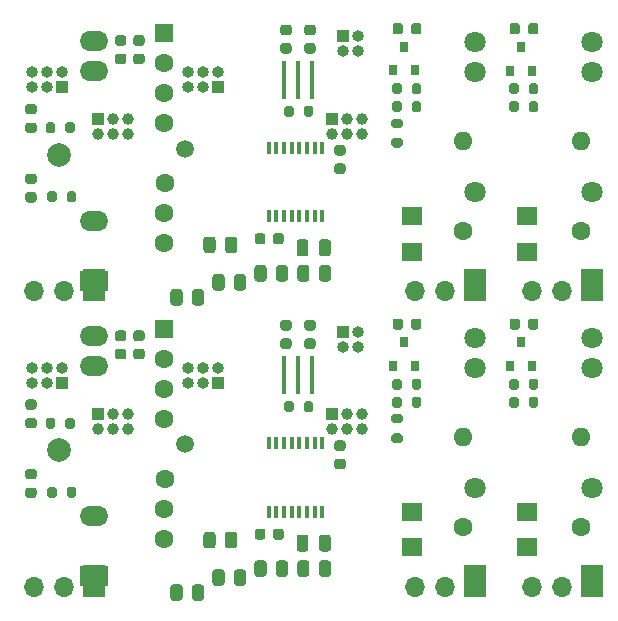
<source format=gbr>
%TF.GenerationSoftware,KiCad,Pcbnew,(5.1.10)-1*%
%TF.CreationDate,2022-01-18T18:17:05+07:00*%
%TF.ProjectId,Power_manager_v3_pnlz1x2,506f7765-725f-46d6-916e-616765725f76,rev?*%
%TF.SameCoordinates,Original*%
%TF.FileFunction,Soldermask,Bot*%
%TF.FilePolarity,Negative*%
%FSLAX46Y46*%
G04 Gerber Fmt 4.6, Leading zero omitted, Abs format (unit mm)*
G04 Created by KiCad (PCBNEW (5.1.10)-1) date 2022-01-18 18:17:05*
%MOMM*%
%LPD*%
G01*
G04 APERTURE LIST*
%ADD10R,1.000000X1.000000*%
%ADD11O,1.000000X1.000000*%
%ADD12R,1.900000X2.700000*%
%ADD13O,1.700000X1.700000*%
%ADD14O,2.400000X1.700000*%
%ADD15R,2.400000X1.700000*%
%ADD16R,1.600000X1.600000*%
%ADD17C,1.600000*%
%ADD18C,1.000000*%
%ADD19R,0.800000X0.900000*%
%ADD20R,0.400000X1.000000*%
%ADD21R,0.400000X3.200000*%
%ADD22C,2.000000*%
%ADD23R,1.800000X1.500000*%
%ADD24R,1.800000X1.800000*%
%ADD25C,1.800000*%
%ADD26O,1.600000X1.600000*%
%ADD27C,1.500000*%
G04 APERTURE END LIST*
D10*
%TO.C,JP4*%
X87540000Y-77632000D03*
D11*
X87540000Y-78902000D03*
X88810000Y-77632000D03*
X88810000Y-78902000D03*
%TD*%
D12*
%TO.C,J1*%
X66458000Y-98714000D03*
D13*
X63918000Y-99222000D03*
X61378000Y-99222000D03*
%TD*%
D12*
%TO.C,J3*%
X98716000Y-98714000D03*
D13*
X96176000Y-99222000D03*
X93636000Y-99222000D03*
%TD*%
D12*
%TO.C,J4*%
X108622000Y-98714000D03*
D13*
X106082000Y-99222000D03*
X103542000Y-99222000D03*
%TD*%
D14*
%TO.C,U1*%
X66458000Y-78013000D03*
X66458000Y-80553000D03*
X66458000Y-93253000D03*
D15*
X66458000Y-98333000D03*
%TD*%
D16*
%TO.C,U4*%
X72427000Y-77378000D03*
D17*
X72427000Y-79918000D03*
X72427000Y-82458000D03*
X72427000Y-84998000D03*
X72436500Y-90078000D03*
X72427000Y-92618000D03*
X72427000Y-95158000D03*
%TD*%
D10*
%TO.C,U7*%
X66839000Y-84617000D03*
D18*
X66839000Y-85887000D03*
X68109000Y-84617000D03*
X68109000Y-85887000D03*
X69379000Y-84617000D03*
X69379000Y-85887000D03*
D10*
X86651000Y-84617000D03*
D18*
X86651000Y-85887000D03*
X87921000Y-84617000D03*
X87921000Y-85887000D03*
X89191000Y-84617000D03*
X89191000Y-85887000D03*
%TD*%
%TO.C,C14*%
G36*
G01*
X82529000Y-94527000D02*
X82529000Y-95027000D01*
G75*
G02*
X82304000Y-95252000I-225000J0D01*
G01*
X81854000Y-95252000D01*
G75*
G02*
X81629000Y-95027000I0J225000D01*
G01*
X81629000Y-94527000D01*
G75*
G02*
X81854000Y-94302000I225000J0D01*
G01*
X82304000Y-94302000D01*
G75*
G02*
X82529000Y-94527000I0J-225000D01*
G01*
G37*
G36*
G01*
X80979000Y-94527000D02*
X80979000Y-95027000D01*
G75*
G02*
X80754000Y-95252000I-225000J0D01*
G01*
X80304000Y-95252000D01*
G75*
G02*
X80079000Y-95027000I0J225000D01*
G01*
X80079000Y-94527000D01*
G75*
G02*
X80304000Y-94302000I225000J0D01*
G01*
X80754000Y-94302000D01*
G75*
G02*
X80979000Y-94527000I0J-225000D01*
G01*
G37*
%TD*%
%TO.C,C16*%
G36*
G01*
X87036000Y-86834000D02*
X87536000Y-86834000D01*
G75*
G02*
X87761000Y-87059000I0J-225000D01*
G01*
X87761000Y-87509000D01*
G75*
G02*
X87536000Y-87734000I-225000J0D01*
G01*
X87036000Y-87734000D01*
G75*
G02*
X86811000Y-87509000I0J225000D01*
G01*
X86811000Y-87059000D01*
G75*
G02*
X87036000Y-86834000I225000J0D01*
G01*
G37*
G36*
G01*
X87036000Y-88384000D02*
X87536000Y-88384000D01*
G75*
G02*
X87761000Y-88609000I0J-225000D01*
G01*
X87761000Y-89059000D01*
G75*
G02*
X87536000Y-89284000I-225000J0D01*
G01*
X87036000Y-89284000D01*
G75*
G02*
X86811000Y-89059000I0J225000D01*
G01*
X86811000Y-88609000D01*
G75*
G02*
X87036000Y-88384000I225000J0D01*
G01*
G37*
%TD*%
%TO.C,C19*%
G36*
G01*
X82464000Y-76648000D02*
X82964000Y-76648000D01*
G75*
G02*
X83189000Y-76873000I0J-225000D01*
G01*
X83189000Y-77323000D01*
G75*
G02*
X82964000Y-77548000I-225000J0D01*
G01*
X82464000Y-77548000D01*
G75*
G02*
X82239000Y-77323000I0J225000D01*
G01*
X82239000Y-76873000D01*
G75*
G02*
X82464000Y-76648000I225000J0D01*
G01*
G37*
G36*
G01*
X82464000Y-78198000D02*
X82964000Y-78198000D01*
G75*
G02*
X83189000Y-78423000I0J-225000D01*
G01*
X83189000Y-78873000D01*
G75*
G02*
X82964000Y-79098000I-225000J0D01*
G01*
X82464000Y-79098000D01*
G75*
G02*
X82239000Y-78873000I0J225000D01*
G01*
X82239000Y-78423000D01*
G75*
G02*
X82464000Y-78198000I225000J0D01*
G01*
G37*
%TD*%
D19*
%TO.C,Q1*%
X93636000Y-80521000D03*
X91736000Y-80521000D03*
X92686000Y-78521000D03*
%TD*%
%TO.C,R3*%
G36*
G01*
X94163000Y-83326000D02*
X94163000Y-83876000D01*
G75*
G02*
X93963000Y-84076000I-200000J0D01*
G01*
X93563000Y-84076000D01*
G75*
G02*
X93363000Y-83876000I0J200000D01*
G01*
X93363000Y-83326000D01*
G75*
G02*
X93563000Y-83126000I200000J0D01*
G01*
X93963000Y-83126000D01*
G75*
G02*
X94163000Y-83326000I0J-200000D01*
G01*
G37*
G36*
G01*
X92513000Y-83326000D02*
X92513000Y-83876000D01*
G75*
G02*
X92313000Y-84076000I-200000J0D01*
G01*
X91913000Y-84076000D01*
G75*
G02*
X91713000Y-83876000I0J200000D01*
G01*
X91713000Y-83326000D01*
G75*
G02*
X91913000Y-83126000I200000J0D01*
G01*
X92313000Y-83126000D01*
G75*
G02*
X92513000Y-83326000I0J-200000D01*
G01*
G37*
%TD*%
%TO.C,R7*%
G36*
G01*
X94163000Y-81802000D02*
X94163000Y-82352000D01*
G75*
G02*
X93963000Y-82552000I-200000J0D01*
G01*
X93563000Y-82552000D01*
G75*
G02*
X93363000Y-82352000I0J200000D01*
G01*
X93363000Y-81802000D01*
G75*
G02*
X93563000Y-81602000I200000J0D01*
G01*
X93963000Y-81602000D01*
G75*
G02*
X94163000Y-81802000I0J-200000D01*
G01*
G37*
G36*
G01*
X92513000Y-81802000D02*
X92513000Y-82352000D01*
G75*
G02*
X92313000Y-82552000I-200000J0D01*
G01*
X91913000Y-82552000D01*
G75*
G02*
X91713000Y-82352000I0J200000D01*
G01*
X91713000Y-81802000D01*
G75*
G02*
X91913000Y-81602000I200000J0D01*
G01*
X92313000Y-81602000D01*
G75*
G02*
X92513000Y-81802000I0J-200000D01*
G01*
G37*
%TD*%
%TO.C,R11*%
G36*
G01*
X79336500Y-98009999D02*
X79336500Y-98910001D01*
G75*
G02*
X79086501Y-99160000I-249999J0D01*
G01*
X78561499Y-99160000D01*
G75*
G02*
X78311500Y-98910001I0J249999D01*
G01*
X78311500Y-98009999D01*
G75*
G02*
X78561499Y-97760000I249999J0D01*
G01*
X79086501Y-97760000D01*
G75*
G02*
X79336500Y-98009999I0J-249999D01*
G01*
G37*
G36*
G01*
X77511500Y-98009999D02*
X77511500Y-98910001D01*
G75*
G02*
X77261501Y-99160000I-249999J0D01*
G01*
X76736499Y-99160000D01*
G75*
G02*
X76486500Y-98910001I0J249999D01*
G01*
X76486500Y-98009999D01*
G75*
G02*
X76736499Y-97760000I249999J0D01*
G01*
X77261501Y-97760000D01*
G75*
G02*
X77511500Y-98009999I0J-249999D01*
G01*
G37*
%TD*%
%TO.C,R14*%
G36*
G01*
X62503000Y-91496000D02*
X62503000Y-90946000D01*
G75*
G02*
X62703000Y-90746000I200000J0D01*
G01*
X63103000Y-90746000D01*
G75*
G02*
X63303000Y-90946000I0J-200000D01*
G01*
X63303000Y-91496000D01*
G75*
G02*
X63103000Y-91696000I-200000J0D01*
G01*
X62703000Y-91696000D01*
G75*
G02*
X62503000Y-91496000I0J200000D01*
G01*
G37*
G36*
G01*
X64153000Y-91496000D02*
X64153000Y-90946000D01*
G75*
G02*
X64353000Y-90746000I200000J0D01*
G01*
X64753000Y-90746000D01*
G75*
G02*
X64953000Y-90946000I0J-200000D01*
G01*
X64953000Y-91496000D01*
G75*
G02*
X64753000Y-91696000I-200000J0D01*
G01*
X64353000Y-91696000D01*
G75*
G02*
X64153000Y-91496000I0J200000D01*
G01*
G37*
%TD*%
%TO.C,Q2*%
X103542000Y-80553000D03*
X101642000Y-80553000D03*
X102592000Y-78553000D03*
%TD*%
%TO.C,R10*%
G36*
G01*
X104069000Y-81802000D02*
X104069000Y-82352000D01*
G75*
G02*
X103869000Y-82552000I-200000J0D01*
G01*
X103469000Y-82552000D01*
G75*
G02*
X103269000Y-82352000I0J200000D01*
G01*
X103269000Y-81802000D01*
G75*
G02*
X103469000Y-81602000I200000J0D01*
G01*
X103869000Y-81602000D01*
G75*
G02*
X104069000Y-81802000I0J-200000D01*
G01*
G37*
G36*
G01*
X102419000Y-81802000D02*
X102419000Y-82352000D01*
G75*
G02*
X102219000Y-82552000I-200000J0D01*
G01*
X101819000Y-82552000D01*
G75*
G02*
X101619000Y-82352000I0J200000D01*
G01*
X101619000Y-81802000D01*
G75*
G02*
X101819000Y-81602000I200000J0D01*
G01*
X102219000Y-81602000D01*
G75*
G02*
X102419000Y-81802000I0J-200000D01*
G01*
G37*
%TD*%
%TO.C,R4*%
G36*
G01*
X104069000Y-83326000D02*
X104069000Y-83876000D01*
G75*
G02*
X103869000Y-84076000I-200000J0D01*
G01*
X103469000Y-84076000D01*
G75*
G02*
X103269000Y-83876000I0J200000D01*
G01*
X103269000Y-83326000D01*
G75*
G02*
X103469000Y-83126000I200000J0D01*
G01*
X103869000Y-83126000D01*
G75*
G02*
X104069000Y-83326000I0J-200000D01*
G01*
G37*
G36*
G01*
X102419000Y-83326000D02*
X102419000Y-83876000D01*
G75*
G02*
X102219000Y-84076000I-200000J0D01*
G01*
X101819000Y-84076000D01*
G75*
G02*
X101619000Y-83876000I0J200000D01*
G01*
X101619000Y-83326000D01*
G75*
G02*
X101819000Y-83126000I200000J0D01*
G01*
X102219000Y-83126000D01*
G75*
G02*
X102419000Y-83326000I0J-200000D01*
G01*
G37*
%TD*%
%TO.C,C6*%
G36*
G01*
X70518000Y-79987000D02*
X70018000Y-79987000D01*
G75*
G02*
X69793000Y-79762000I0J225000D01*
G01*
X69793000Y-79312000D01*
G75*
G02*
X70018000Y-79087000I225000J0D01*
G01*
X70518000Y-79087000D01*
G75*
G02*
X70743000Y-79312000I0J-225000D01*
G01*
X70743000Y-79762000D01*
G75*
G02*
X70518000Y-79987000I-225000J0D01*
G01*
G37*
G36*
G01*
X70518000Y-78437000D02*
X70018000Y-78437000D01*
G75*
G02*
X69793000Y-78212000I0J225000D01*
G01*
X69793000Y-77762000D01*
G75*
G02*
X70018000Y-77537000I225000J0D01*
G01*
X70518000Y-77537000D01*
G75*
G02*
X70743000Y-77762000I0J-225000D01*
G01*
X70743000Y-78212000D01*
G75*
G02*
X70518000Y-78437000I-225000J0D01*
G01*
G37*
%TD*%
%TO.C,C8*%
G36*
G01*
X68968000Y-79987000D02*
X68468000Y-79987000D01*
G75*
G02*
X68243000Y-79762000I0J225000D01*
G01*
X68243000Y-79312000D01*
G75*
G02*
X68468000Y-79087000I225000J0D01*
G01*
X68968000Y-79087000D01*
G75*
G02*
X69193000Y-79312000I0J-225000D01*
G01*
X69193000Y-79762000D01*
G75*
G02*
X68968000Y-79987000I-225000J0D01*
G01*
G37*
G36*
G01*
X68968000Y-78437000D02*
X68468000Y-78437000D01*
G75*
G02*
X68243000Y-78212000I0J225000D01*
G01*
X68243000Y-77762000D01*
G75*
G02*
X68468000Y-77537000I225000J0D01*
G01*
X68968000Y-77537000D01*
G75*
G02*
X69193000Y-77762000I0J-225000D01*
G01*
X69193000Y-78212000D01*
G75*
G02*
X68968000Y-78437000I-225000J0D01*
G01*
G37*
%TD*%
%TO.C,C13*%
G36*
G01*
X86516000Y-95064000D02*
X86516000Y-96014000D01*
G75*
G02*
X86266000Y-96264000I-250000J0D01*
G01*
X85766000Y-96264000D01*
G75*
G02*
X85516000Y-96014000I0J250000D01*
G01*
X85516000Y-95064000D01*
G75*
G02*
X85766000Y-94814000I250000J0D01*
G01*
X86266000Y-94814000D01*
G75*
G02*
X86516000Y-95064000I0J-250000D01*
G01*
G37*
G36*
G01*
X84616000Y-95064000D02*
X84616000Y-96014000D01*
G75*
G02*
X84366000Y-96264000I-250000J0D01*
G01*
X83866000Y-96264000D01*
G75*
G02*
X83616000Y-96014000I0J250000D01*
G01*
X83616000Y-95064000D01*
G75*
G02*
X83866000Y-94814000I250000J0D01*
G01*
X84366000Y-94814000D01*
G75*
G02*
X84616000Y-95064000I0J-250000D01*
G01*
G37*
%TD*%
%TO.C,C18*%
G36*
G01*
X84496000Y-76648000D02*
X84996000Y-76648000D01*
G75*
G02*
X85221000Y-76873000I0J-225000D01*
G01*
X85221000Y-77323000D01*
G75*
G02*
X84996000Y-77548000I-225000J0D01*
G01*
X84496000Y-77548000D01*
G75*
G02*
X84271000Y-77323000I0J225000D01*
G01*
X84271000Y-76873000D01*
G75*
G02*
X84496000Y-76648000I225000J0D01*
G01*
G37*
G36*
G01*
X84496000Y-78198000D02*
X84996000Y-78198000D01*
G75*
G02*
X85221000Y-78423000I0J-225000D01*
G01*
X85221000Y-78873000D01*
G75*
G02*
X84996000Y-79098000I-225000J0D01*
G01*
X84496000Y-79098000D01*
G75*
G02*
X84271000Y-78873000I0J225000D01*
G01*
X84271000Y-78423000D01*
G75*
G02*
X84496000Y-78198000I225000J0D01*
G01*
G37*
%TD*%
%TO.C,R12*%
G36*
G01*
X75780500Y-99279999D02*
X75780500Y-100180001D01*
G75*
G02*
X75530501Y-100430000I-249999J0D01*
G01*
X75005499Y-100430000D01*
G75*
G02*
X74755500Y-100180001I0J249999D01*
G01*
X74755500Y-99279999D01*
G75*
G02*
X75005499Y-99030000I249999J0D01*
G01*
X75530501Y-99030000D01*
G75*
G02*
X75780500Y-99279999I0J-249999D01*
G01*
G37*
G36*
G01*
X73955500Y-99279999D02*
X73955500Y-100180001D01*
G75*
G02*
X73705501Y-100430000I-249999J0D01*
G01*
X73180499Y-100430000D01*
G75*
G02*
X72930500Y-100180001I0J249999D01*
G01*
X72930500Y-99279999D01*
G75*
G02*
X73180499Y-99030000I249999J0D01*
G01*
X73705501Y-99030000D01*
G75*
G02*
X73955500Y-99279999I0J-249999D01*
G01*
G37*
%TD*%
%TO.C,R17*%
G36*
G01*
X82892500Y-97247999D02*
X82892500Y-98148001D01*
G75*
G02*
X82642501Y-98398000I-249999J0D01*
G01*
X82117499Y-98398000D01*
G75*
G02*
X81867500Y-98148001I0J249999D01*
G01*
X81867500Y-97247999D01*
G75*
G02*
X82117499Y-96998000I249999J0D01*
G01*
X82642501Y-96998000D01*
G75*
G02*
X82892500Y-97247999I0J-249999D01*
G01*
G37*
G36*
G01*
X81067500Y-97247999D02*
X81067500Y-98148001D01*
G75*
G02*
X80817501Y-98398000I-249999J0D01*
G01*
X80292499Y-98398000D01*
G75*
G02*
X80042500Y-98148001I0J249999D01*
G01*
X80042500Y-97247999D01*
G75*
G02*
X80292499Y-96998000I249999J0D01*
G01*
X80817501Y-96998000D01*
G75*
G02*
X81067500Y-97247999I0J-249999D01*
G01*
G37*
%TD*%
%TO.C,R22*%
G36*
G01*
X83678500Y-98148001D02*
X83678500Y-97247999D01*
G75*
G02*
X83928499Y-96998000I249999J0D01*
G01*
X84453501Y-96998000D01*
G75*
G02*
X84703500Y-97247999I0J-249999D01*
G01*
X84703500Y-98148001D01*
G75*
G02*
X84453501Y-98398000I-249999J0D01*
G01*
X83928499Y-98398000D01*
G75*
G02*
X83678500Y-98148001I0J249999D01*
G01*
G37*
G36*
G01*
X85503500Y-98148001D02*
X85503500Y-97247999D01*
G75*
G02*
X85753499Y-96998000I249999J0D01*
G01*
X86278501Y-96998000D01*
G75*
G02*
X86528500Y-97247999I0J-249999D01*
G01*
X86528500Y-98148001D01*
G75*
G02*
X86278501Y-98398000I-249999J0D01*
G01*
X85753499Y-98398000D01*
G75*
G02*
X85503500Y-98148001I0J249999D01*
G01*
G37*
%TD*%
%TO.C,R26*%
G36*
G01*
X85018000Y-83707000D02*
X85018000Y-84257000D01*
G75*
G02*
X84818000Y-84457000I-200000J0D01*
G01*
X84418000Y-84457000D01*
G75*
G02*
X84218000Y-84257000I0J200000D01*
G01*
X84218000Y-83707000D01*
G75*
G02*
X84418000Y-83507000I200000J0D01*
G01*
X84818000Y-83507000D01*
G75*
G02*
X85018000Y-83707000I0J-200000D01*
G01*
G37*
G36*
G01*
X83368000Y-83707000D02*
X83368000Y-84257000D01*
G75*
G02*
X83168000Y-84457000I-200000J0D01*
G01*
X82768000Y-84457000D01*
G75*
G02*
X82568000Y-84257000I0J200000D01*
G01*
X82568000Y-83707000D01*
G75*
G02*
X82768000Y-83507000I200000J0D01*
G01*
X83168000Y-83507000D01*
G75*
G02*
X83368000Y-83707000I0J-200000D01*
G01*
G37*
%TD*%
D20*
%TO.C,U6*%
X85807000Y-92872000D03*
X85157000Y-92872000D03*
X84507000Y-92872000D03*
X83857000Y-92872000D03*
X83207000Y-92872000D03*
X82557000Y-92872000D03*
X81907000Y-92872000D03*
X81257000Y-92872000D03*
X81257000Y-87072000D03*
X81907000Y-87072000D03*
X82557000Y-87072000D03*
X83207000Y-87072000D03*
X83857000Y-87072000D03*
X84507000Y-87072000D03*
X85157000Y-87072000D03*
X85807000Y-87072000D03*
%TD*%
D21*
%TO.C,Y2*%
X82530000Y-81315000D03*
X83730000Y-81315000D03*
X84930000Y-81315000D03*
%TD*%
D22*
%TO.C,GND1*%
X63537000Y-87665000D03*
%TD*%
D23*
%TO.C,R16*%
X103161000Y-95872000D03*
X103161000Y-92872000D03*
%TD*%
D24*
%TO.C,U2*%
X98716000Y-98460000D03*
D25*
X98716000Y-90840000D03*
X98716000Y-80680000D03*
X98716000Y-78140000D03*
%TD*%
%TO.C,D6*%
G36*
G01*
X60867750Y-89259500D02*
X61380250Y-89259500D01*
G75*
G02*
X61599000Y-89478250I0J-218750D01*
G01*
X61599000Y-89915750D01*
G75*
G02*
X61380250Y-90134500I-218750J0D01*
G01*
X60867750Y-90134500D01*
G75*
G02*
X60649000Y-89915750I0J218750D01*
G01*
X60649000Y-89478250D01*
G75*
G02*
X60867750Y-89259500I218750J0D01*
G01*
G37*
G36*
G01*
X60867750Y-90834500D02*
X61380250Y-90834500D01*
G75*
G02*
X61599000Y-91053250I0J-218750D01*
G01*
X61599000Y-91490750D01*
G75*
G02*
X61380250Y-91709500I-218750J0D01*
G01*
X60867750Y-91709500D01*
G75*
G02*
X60649000Y-91490750I0J218750D01*
G01*
X60649000Y-91053250D01*
G75*
G02*
X60867750Y-90834500I218750J0D01*
G01*
G37*
%TD*%
%TO.C,L1*%
G36*
G01*
X75724500Y-95735001D02*
X75724500Y-94834999D01*
G75*
G02*
X75974499Y-94585000I249999J0D01*
G01*
X76499501Y-94585000D01*
G75*
G02*
X76749500Y-94834999I0J-249999D01*
G01*
X76749500Y-95735001D01*
G75*
G02*
X76499501Y-95985000I-249999J0D01*
G01*
X75974499Y-95985000D01*
G75*
G02*
X75724500Y-95735001I0J249999D01*
G01*
G37*
G36*
G01*
X77549500Y-95735001D02*
X77549500Y-94834999D01*
G75*
G02*
X77799499Y-94585000I249999J0D01*
G01*
X78324501Y-94585000D01*
G75*
G02*
X78574500Y-94834999I0J-249999D01*
G01*
X78574500Y-95735001D01*
G75*
G02*
X78324501Y-95985000I-249999J0D01*
G01*
X77799499Y-95985000D01*
G75*
G02*
X77549500Y-95735001I0J249999D01*
G01*
G37*
%TD*%
%TO.C,R27*%
G36*
G01*
X91837000Y-84598000D02*
X92387000Y-84598000D01*
G75*
G02*
X92587000Y-84798000I0J-200000D01*
G01*
X92587000Y-85198000D01*
G75*
G02*
X92387000Y-85398000I-200000J0D01*
G01*
X91837000Y-85398000D01*
G75*
G02*
X91637000Y-85198000I0J200000D01*
G01*
X91637000Y-84798000D01*
G75*
G02*
X91837000Y-84598000I200000J0D01*
G01*
G37*
G36*
G01*
X91837000Y-86248000D02*
X92387000Y-86248000D01*
G75*
G02*
X92587000Y-86448000I0J-200000D01*
G01*
X92587000Y-86848000D01*
G75*
G02*
X92387000Y-87048000I-200000J0D01*
G01*
X91837000Y-87048000D01*
G75*
G02*
X91637000Y-86848000I0J200000D01*
G01*
X91637000Y-86448000D01*
G75*
G02*
X91837000Y-86248000I200000J0D01*
G01*
G37*
%TD*%
D17*
%TO.C,F1*%
X97700000Y-94142000D03*
D26*
X97700000Y-86522000D03*
%TD*%
D27*
%TO.C,KP1*%
X74205000Y-87157000D03*
%TD*%
D10*
%TO.C,J6*%
X76999000Y-81950000D03*
D11*
X76999000Y-80680000D03*
X75729000Y-81950000D03*
X75729000Y-80680000D03*
X74459000Y-81950000D03*
X74459000Y-80680000D03*
%TD*%
D23*
%TO.C,R15*%
X93382000Y-95872000D03*
X93382000Y-92872000D03*
%TD*%
D17*
%TO.C,F2*%
X107733000Y-94142000D03*
D26*
X107733000Y-86522000D03*
%TD*%
D10*
%TO.C,J2*%
X63791000Y-81950000D03*
D11*
X63791000Y-80680000D03*
X62521000Y-81950000D03*
X62521000Y-80680000D03*
X61251000Y-81950000D03*
X61251000Y-80680000D03*
%TD*%
D24*
%TO.C,U3*%
X108622000Y-98460000D03*
D25*
X108622000Y-90840000D03*
X108622000Y-80680000D03*
X108622000Y-78140000D03*
%TD*%
%TO.C,D5*%
G36*
G01*
X60867750Y-83366500D02*
X61380250Y-83366500D01*
G75*
G02*
X61599000Y-83585250I0J-218750D01*
G01*
X61599000Y-84022750D01*
G75*
G02*
X61380250Y-84241500I-218750J0D01*
G01*
X60867750Y-84241500D01*
G75*
G02*
X60649000Y-84022750I0J218750D01*
G01*
X60649000Y-83585250D01*
G75*
G02*
X60867750Y-83366500I218750J0D01*
G01*
G37*
G36*
G01*
X60867750Y-84941500D02*
X61380250Y-84941500D01*
G75*
G02*
X61599000Y-85160250I0J-218750D01*
G01*
X61599000Y-85597750D01*
G75*
G02*
X61380250Y-85816500I-218750J0D01*
G01*
X60867750Y-85816500D01*
G75*
G02*
X60649000Y-85597750I0J218750D01*
G01*
X60649000Y-85160250D01*
G75*
G02*
X60867750Y-84941500I218750J0D01*
G01*
G37*
%TD*%
%TO.C,R13*%
G36*
G01*
X62375000Y-85654000D02*
X62375000Y-85104000D01*
G75*
G02*
X62575000Y-84904000I200000J0D01*
G01*
X62975000Y-84904000D01*
G75*
G02*
X63175000Y-85104000I0J-200000D01*
G01*
X63175000Y-85654000D01*
G75*
G02*
X62975000Y-85854000I-200000J0D01*
G01*
X62575000Y-85854000D01*
G75*
G02*
X62375000Y-85654000I0J200000D01*
G01*
G37*
G36*
G01*
X64025000Y-85654000D02*
X64025000Y-85104000D01*
G75*
G02*
X64225000Y-84904000I200000J0D01*
G01*
X64625000Y-84904000D01*
G75*
G02*
X64825000Y-85104000I0J-200000D01*
G01*
X64825000Y-85654000D01*
G75*
G02*
X64625000Y-85854000I-200000J0D01*
G01*
X64225000Y-85854000D01*
G75*
G02*
X64025000Y-85654000I0J200000D01*
G01*
G37*
%TD*%
%TO.C,D1*%
G36*
G01*
X91738000Y-77253250D02*
X91738000Y-76740750D01*
G75*
G02*
X91956750Y-76522000I218750J0D01*
G01*
X92394250Y-76522000D01*
G75*
G02*
X92613000Y-76740750I0J-218750D01*
G01*
X92613000Y-77253250D01*
G75*
G02*
X92394250Y-77472000I-218750J0D01*
G01*
X91956750Y-77472000D01*
G75*
G02*
X91738000Y-77253250I0J218750D01*
G01*
G37*
G36*
G01*
X93313000Y-77253250D02*
X93313000Y-76740750D01*
G75*
G02*
X93531750Y-76522000I218750J0D01*
G01*
X93969250Y-76522000D01*
G75*
G02*
X94188000Y-76740750I0J-218750D01*
G01*
X94188000Y-77253250D01*
G75*
G02*
X93969250Y-77472000I-218750J0D01*
G01*
X93531750Y-77472000D01*
G75*
G02*
X93313000Y-77253250I0J218750D01*
G01*
G37*
%TD*%
%TO.C,D2*%
G36*
G01*
X101644000Y-77253250D02*
X101644000Y-76740750D01*
G75*
G02*
X101862750Y-76522000I218750J0D01*
G01*
X102300250Y-76522000D01*
G75*
G02*
X102519000Y-76740750I0J-218750D01*
G01*
X102519000Y-77253250D01*
G75*
G02*
X102300250Y-77472000I-218750J0D01*
G01*
X101862750Y-77472000D01*
G75*
G02*
X101644000Y-77253250I0J218750D01*
G01*
G37*
G36*
G01*
X103219000Y-77253250D02*
X103219000Y-76740750D01*
G75*
G02*
X103437750Y-76522000I218750J0D01*
G01*
X103875250Y-76522000D01*
G75*
G02*
X104094000Y-76740750I0J-218750D01*
G01*
X104094000Y-77253250D01*
G75*
G02*
X103875250Y-77472000I-218750J0D01*
G01*
X103437750Y-77472000D01*
G75*
G02*
X103219000Y-77253250I0J218750D01*
G01*
G37*
%TD*%
D18*
%TO.C,U7*%
X89191000Y-60887000D03*
X89191000Y-59617000D03*
X87921000Y-60887000D03*
X87921000Y-59617000D03*
X86651000Y-60887000D03*
D10*
X86651000Y-59617000D03*
D18*
X69379000Y-60887000D03*
X69379000Y-59617000D03*
X68109000Y-60887000D03*
X68109000Y-59617000D03*
X66839000Y-60887000D03*
D10*
X66839000Y-59617000D03*
%TD*%
D17*
%TO.C,U4*%
X72427000Y-70158000D03*
X72427000Y-67618000D03*
X72436500Y-65078000D03*
X72427000Y-59998000D03*
X72427000Y-57458000D03*
X72427000Y-54918000D03*
D16*
X72427000Y-52378000D03*
%TD*%
D15*
%TO.C,U1*%
X66458000Y-73333000D03*
D14*
X66458000Y-68253000D03*
X66458000Y-55553000D03*
X66458000Y-53013000D03*
%TD*%
D13*
%TO.C,J4*%
X103542000Y-74222000D03*
X106082000Y-74222000D03*
D12*
X108622000Y-73714000D03*
%TD*%
D13*
%TO.C,J3*%
X93636000Y-74222000D03*
X96176000Y-74222000D03*
D12*
X98716000Y-73714000D03*
%TD*%
D13*
%TO.C,J1*%
X61378000Y-74222000D03*
X63918000Y-74222000D03*
D12*
X66458000Y-73714000D03*
%TD*%
D11*
%TO.C,JP4*%
X88810000Y-53902000D03*
X88810000Y-52632000D03*
X87540000Y-53902000D03*
D10*
X87540000Y-52632000D03*
%TD*%
D11*
%TO.C,J6*%
X74459000Y-55680000D03*
X74459000Y-56950000D03*
X75729000Y-55680000D03*
X75729000Y-56950000D03*
X76999000Y-55680000D03*
D10*
X76999000Y-56950000D03*
%TD*%
D27*
%TO.C,KP1*%
X74205000Y-62157000D03*
%TD*%
D26*
%TO.C,F1*%
X97700000Y-61522000D03*
D17*
X97700000Y-69142000D03*
%TD*%
%TO.C,R27*%
G36*
G01*
X91837000Y-61248000D02*
X92387000Y-61248000D01*
G75*
G02*
X92587000Y-61448000I0J-200000D01*
G01*
X92587000Y-61848000D01*
G75*
G02*
X92387000Y-62048000I-200000J0D01*
G01*
X91837000Y-62048000D01*
G75*
G02*
X91637000Y-61848000I0J200000D01*
G01*
X91637000Y-61448000D01*
G75*
G02*
X91837000Y-61248000I200000J0D01*
G01*
G37*
G36*
G01*
X91837000Y-59598000D02*
X92387000Y-59598000D01*
G75*
G02*
X92587000Y-59798000I0J-200000D01*
G01*
X92587000Y-60198000D01*
G75*
G02*
X92387000Y-60398000I-200000J0D01*
G01*
X91837000Y-60398000D01*
G75*
G02*
X91637000Y-60198000I0J200000D01*
G01*
X91637000Y-59798000D01*
G75*
G02*
X91837000Y-59598000I200000J0D01*
G01*
G37*
%TD*%
%TO.C,L1*%
G36*
G01*
X77549500Y-70735001D02*
X77549500Y-69834999D01*
G75*
G02*
X77799499Y-69585000I249999J0D01*
G01*
X78324501Y-69585000D01*
G75*
G02*
X78574500Y-69834999I0J-249999D01*
G01*
X78574500Y-70735001D01*
G75*
G02*
X78324501Y-70985000I-249999J0D01*
G01*
X77799499Y-70985000D01*
G75*
G02*
X77549500Y-70735001I0J249999D01*
G01*
G37*
G36*
G01*
X75724500Y-70735001D02*
X75724500Y-69834999D01*
G75*
G02*
X75974499Y-69585000I249999J0D01*
G01*
X76499501Y-69585000D01*
G75*
G02*
X76749500Y-69834999I0J-249999D01*
G01*
X76749500Y-70735001D01*
G75*
G02*
X76499501Y-70985000I-249999J0D01*
G01*
X75974499Y-70985000D01*
G75*
G02*
X75724500Y-70735001I0J249999D01*
G01*
G37*
%TD*%
%TO.C,C16*%
G36*
G01*
X87036000Y-63384000D02*
X87536000Y-63384000D01*
G75*
G02*
X87761000Y-63609000I0J-225000D01*
G01*
X87761000Y-64059000D01*
G75*
G02*
X87536000Y-64284000I-225000J0D01*
G01*
X87036000Y-64284000D01*
G75*
G02*
X86811000Y-64059000I0J225000D01*
G01*
X86811000Y-63609000D01*
G75*
G02*
X87036000Y-63384000I225000J0D01*
G01*
G37*
G36*
G01*
X87036000Y-61834000D02*
X87536000Y-61834000D01*
G75*
G02*
X87761000Y-62059000I0J-225000D01*
G01*
X87761000Y-62509000D01*
G75*
G02*
X87536000Y-62734000I-225000J0D01*
G01*
X87036000Y-62734000D01*
G75*
G02*
X86811000Y-62509000I0J225000D01*
G01*
X86811000Y-62059000D01*
G75*
G02*
X87036000Y-61834000I225000J0D01*
G01*
G37*
%TD*%
%TO.C,C14*%
G36*
G01*
X80979000Y-69527000D02*
X80979000Y-70027000D01*
G75*
G02*
X80754000Y-70252000I-225000J0D01*
G01*
X80304000Y-70252000D01*
G75*
G02*
X80079000Y-70027000I0J225000D01*
G01*
X80079000Y-69527000D01*
G75*
G02*
X80304000Y-69302000I225000J0D01*
G01*
X80754000Y-69302000D01*
G75*
G02*
X80979000Y-69527000I0J-225000D01*
G01*
G37*
G36*
G01*
X82529000Y-69527000D02*
X82529000Y-70027000D01*
G75*
G02*
X82304000Y-70252000I-225000J0D01*
G01*
X81854000Y-70252000D01*
G75*
G02*
X81629000Y-70027000I0J225000D01*
G01*
X81629000Y-69527000D01*
G75*
G02*
X81854000Y-69302000I225000J0D01*
G01*
X82304000Y-69302000D01*
G75*
G02*
X82529000Y-69527000I0J-225000D01*
G01*
G37*
%TD*%
D22*
%TO.C,GND1*%
X63537000Y-62665000D03*
%TD*%
D21*
%TO.C,Y2*%
X84930000Y-56315000D03*
X83730000Y-56315000D03*
X82530000Y-56315000D03*
%TD*%
D20*
%TO.C,U6*%
X85807000Y-62072000D03*
X85157000Y-62072000D03*
X84507000Y-62072000D03*
X83857000Y-62072000D03*
X83207000Y-62072000D03*
X82557000Y-62072000D03*
X81907000Y-62072000D03*
X81257000Y-62072000D03*
X81257000Y-67872000D03*
X81907000Y-67872000D03*
X82557000Y-67872000D03*
X83207000Y-67872000D03*
X83857000Y-67872000D03*
X84507000Y-67872000D03*
X85157000Y-67872000D03*
X85807000Y-67872000D03*
%TD*%
%TO.C,R26*%
G36*
G01*
X83368000Y-58707000D02*
X83368000Y-59257000D01*
G75*
G02*
X83168000Y-59457000I-200000J0D01*
G01*
X82768000Y-59457000D01*
G75*
G02*
X82568000Y-59257000I0J200000D01*
G01*
X82568000Y-58707000D01*
G75*
G02*
X82768000Y-58507000I200000J0D01*
G01*
X83168000Y-58507000D01*
G75*
G02*
X83368000Y-58707000I0J-200000D01*
G01*
G37*
G36*
G01*
X85018000Y-58707000D02*
X85018000Y-59257000D01*
G75*
G02*
X84818000Y-59457000I-200000J0D01*
G01*
X84418000Y-59457000D01*
G75*
G02*
X84218000Y-59257000I0J200000D01*
G01*
X84218000Y-58707000D01*
G75*
G02*
X84418000Y-58507000I200000J0D01*
G01*
X84818000Y-58507000D01*
G75*
G02*
X85018000Y-58707000I0J-200000D01*
G01*
G37*
%TD*%
%TO.C,R22*%
G36*
G01*
X85503500Y-73148001D02*
X85503500Y-72247999D01*
G75*
G02*
X85753499Y-71998000I249999J0D01*
G01*
X86278501Y-71998000D01*
G75*
G02*
X86528500Y-72247999I0J-249999D01*
G01*
X86528500Y-73148001D01*
G75*
G02*
X86278501Y-73398000I-249999J0D01*
G01*
X85753499Y-73398000D01*
G75*
G02*
X85503500Y-73148001I0J249999D01*
G01*
G37*
G36*
G01*
X83678500Y-73148001D02*
X83678500Y-72247999D01*
G75*
G02*
X83928499Y-71998000I249999J0D01*
G01*
X84453501Y-71998000D01*
G75*
G02*
X84703500Y-72247999I0J-249999D01*
G01*
X84703500Y-73148001D01*
G75*
G02*
X84453501Y-73398000I-249999J0D01*
G01*
X83928499Y-73398000D01*
G75*
G02*
X83678500Y-73148001I0J249999D01*
G01*
G37*
%TD*%
%TO.C,R17*%
G36*
G01*
X81067500Y-72247999D02*
X81067500Y-73148001D01*
G75*
G02*
X80817501Y-73398000I-249999J0D01*
G01*
X80292499Y-73398000D01*
G75*
G02*
X80042500Y-73148001I0J249999D01*
G01*
X80042500Y-72247999D01*
G75*
G02*
X80292499Y-71998000I249999J0D01*
G01*
X80817501Y-71998000D01*
G75*
G02*
X81067500Y-72247999I0J-249999D01*
G01*
G37*
G36*
G01*
X82892500Y-72247999D02*
X82892500Y-73148001D01*
G75*
G02*
X82642501Y-73398000I-249999J0D01*
G01*
X82117499Y-73398000D01*
G75*
G02*
X81867500Y-73148001I0J249999D01*
G01*
X81867500Y-72247999D01*
G75*
G02*
X82117499Y-71998000I249999J0D01*
G01*
X82642501Y-71998000D01*
G75*
G02*
X82892500Y-72247999I0J-249999D01*
G01*
G37*
%TD*%
%TO.C,R12*%
G36*
G01*
X73955500Y-74279999D02*
X73955500Y-75180001D01*
G75*
G02*
X73705501Y-75430000I-249999J0D01*
G01*
X73180499Y-75430000D01*
G75*
G02*
X72930500Y-75180001I0J249999D01*
G01*
X72930500Y-74279999D01*
G75*
G02*
X73180499Y-74030000I249999J0D01*
G01*
X73705501Y-74030000D01*
G75*
G02*
X73955500Y-74279999I0J-249999D01*
G01*
G37*
G36*
G01*
X75780500Y-74279999D02*
X75780500Y-75180001D01*
G75*
G02*
X75530501Y-75430000I-249999J0D01*
G01*
X75005499Y-75430000D01*
G75*
G02*
X74755500Y-75180001I0J249999D01*
G01*
X74755500Y-74279999D01*
G75*
G02*
X75005499Y-74030000I249999J0D01*
G01*
X75530501Y-74030000D01*
G75*
G02*
X75780500Y-74279999I0J-249999D01*
G01*
G37*
%TD*%
%TO.C,R11*%
G36*
G01*
X77511500Y-73009999D02*
X77511500Y-73910001D01*
G75*
G02*
X77261501Y-74160000I-249999J0D01*
G01*
X76736499Y-74160000D01*
G75*
G02*
X76486500Y-73910001I0J249999D01*
G01*
X76486500Y-73009999D01*
G75*
G02*
X76736499Y-72760000I249999J0D01*
G01*
X77261501Y-72760000D01*
G75*
G02*
X77511500Y-73009999I0J-249999D01*
G01*
G37*
G36*
G01*
X79336500Y-73009999D02*
X79336500Y-73910001D01*
G75*
G02*
X79086501Y-74160000I-249999J0D01*
G01*
X78561499Y-74160000D01*
G75*
G02*
X78311500Y-73910001I0J249999D01*
G01*
X78311500Y-73009999D01*
G75*
G02*
X78561499Y-72760000I249999J0D01*
G01*
X79086501Y-72760000D01*
G75*
G02*
X79336500Y-73009999I0J-249999D01*
G01*
G37*
%TD*%
%TO.C,R7*%
G36*
G01*
X92513000Y-56802000D02*
X92513000Y-57352000D01*
G75*
G02*
X92313000Y-57552000I-200000J0D01*
G01*
X91913000Y-57552000D01*
G75*
G02*
X91713000Y-57352000I0J200000D01*
G01*
X91713000Y-56802000D01*
G75*
G02*
X91913000Y-56602000I200000J0D01*
G01*
X92313000Y-56602000D01*
G75*
G02*
X92513000Y-56802000I0J-200000D01*
G01*
G37*
G36*
G01*
X94163000Y-56802000D02*
X94163000Y-57352000D01*
G75*
G02*
X93963000Y-57552000I-200000J0D01*
G01*
X93563000Y-57552000D01*
G75*
G02*
X93363000Y-57352000I0J200000D01*
G01*
X93363000Y-56802000D01*
G75*
G02*
X93563000Y-56602000I200000J0D01*
G01*
X93963000Y-56602000D01*
G75*
G02*
X94163000Y-56802000I0J-200000D01*
G01*
G37*
%TD*%
%TO.C,R3*%
G36*
G01*
X92513000Y-58326000D02*
X92513000Y-58876000D01*
G75*
G02*
X92313000Y-59076000I-200000J0D01*
G01*
X91913000Y-59076000D01*
G75*
G02*
X91713000Y-58876000I0J200000D01*
G01*
X91713000Y-58326000D01*
G75*
G02*
X91913000Y-58126000I200000J0D01*
G01*
X92313000Y-58126000D01*
G75*
G02*
X92513000Y-58326000I0J-200000D01*
G01*
G37*
G36*
G01*
X94163000Y-58326000D02*
X94163000Y-58876000D01*
G75*
G02*
X93963000Y-59076000I-200000J0D01*
G01*
X93563000Y-59076000D01*
G75*
G02*
X93363000Y-58876000I0J200000D01*
G01*
X93363000Y-58326000D01*
G75*
G02*
X93563000Y-58126000I200000J0D01*
G01*
X93963000Y-58126000D01*
G75*
G02*
X94163000Y-58326000I0J-200000D01*
G01*
G37*
%TD*%
D19*
%TO.C,Q1*%
X92686000Y-53521000D03*
X91736000Y-55521000D03*
X93636000Y-55521000D03*
%TD*%
%TO.C,C19*%
G36*
G01*
X82464000Y-53198000D02*
X82964000Y-53198000D01*
G75*
G02*
X83189000Y-53423000I0J-225000D01*
G01*
X83189000Y-53873000D01*
G75*
G02*
X82964000Y-54098000I-225000J0D01*
G01*
X82464000Y-54098000D01*
G75*
G02*
X82239000Y-53873000I0J225000D01*
G01*
X82239000Y-53423000D01*
G75*
G02*
X82464000Y-53198000I225000J0D01*
G01*
G37*
G36*
G01*
X82464000Y-51648000D02*
X82964000Y-51648000D01*
G75*
G02*
X83189000Y-51873000I0J-225000D01*
G01*
X83189000Y-52323000D01*
G75*
G02*
X82964000Y-52548000I-225000J0D01*
G01*
X82464000Y-52548000D01*
G75*
G02*
X82239000Y-52323000I0J225000D01*
G01*
X82239000Y-51873000D01*
G75*
G02*
X82464000Y-51648000I225000J0D01*
G01*
G37*
%TD*%
%TO.C,C18*%
G36*
G01*
X84496000Y-53198000D02*
X84996000Y-53198000D01*
G75*
G02*
X85221000Y-53423000I0J-225000D01*
G01*
X85221000Y-53873000D01*
G75*
G02*
X84996000Y-54098000I-225000J0D01*
G01*
X84496000Y-54098000D01*
G75*
G02*
X84271000Y-53873000I0J225000D01*
G01*
X84271000Y-53423000D01*
G75*
G02*
X84496000Y-53198000I225000J0D01*
G01*
G37*
G36*
G01*
X84496000Y-51648000D02*
X84996000Y-51648000D01*
G75*
G02*
X85221000Y-51873000I0J-225000D01*
G01*
X85221000Y-52323000D01*
G75*
G02*
X84996000Y-52548000I-225000J0D01*
G01*
X84496000Y-52548000D01*
G75*
G02*
X84271000Y-52323000I0J225000D01*
G01*
X84271000Y-51873000D01*
G75*
G02*
X84496000Y-51648000I225000J0D01*
G01*
G37*
%TD*%
%TO.C,C13*%
G36*
G01*
X84616000Y-70064000D02*
X84616000Y-71014000D01*
G75*
G02*
X84366000Y-71264000I-250000J0D01*
G01*
X83866000Y-71264000D01*
G75*
G02*
X83616000Y-71014000I0J250000D01*
G01*
X83616000Y-70064000D01*
G75*
G02*
X83866000Y-69814000I250000J0D01*
G01*
X84366000Y-69814000D01*
G75*
G02*
X84616000Y-70064000I0J-250000D01*
G01*
G37*
G36*
G01*
X86516000Y-70064000D02*
X86516000Y-71014000D01*
G75*
G02*
X86266000Y-71264000I-250000J0D01*
G01*
X85766000Y-71264000D01*
G75*
G02*
X85516000Y-71014000I0J250000D01*
G01*
X85516000Y-70064000D01*
G75*
G02*
X85766000Y-69814000I250000J0D01*
G01*
X86266000Y-69814000D01*
G75*
G02*
X86516000Y-70064000I0J-250000D01*
G01*
G37*
%TD*%
%TO.C,C8*%
G36*
G01*
X68968000Y-53437000D02*
X68468000Y-53437000D01*
G75*
G02*
X68243000Y-53212000I0J225000D01*
G01*
X68243000Y-52762000D01*
G75*
G02*
X68468000Y-52537000I225000J0D01*
G01*
X68968000Y-52537000D01*
G75*
G02*
X69193000Y-52762000I0J-225000D01*
G01*
X69193000Y-53212000D01*
G75*
G02*
X68968000Y-53437000I-225000J0D01*
G01*
G37*
G36*
G01*
X68968000Y-54987000D02*
X68468000Y-54987000D01*
G75*
G02*
X68243000Y-54762000I0J225000D01*
G01*
X68243000Y-54312000D01*
G75*
G02*
X68468000Y-54087000I225000J0D01*
G01*
X68968000Y-54087000D01*
G75*
G02*
X69193000Y-54312000I0J-225000D01*
G01*
X69193000Y-54762000D01*
G75*
G02*
X68968000Y-54987000I-225000J0D01*
G01*
G37*
%TD*%
%TO.C,C6*%
G36*
G01*
X70518000Y-53437000D02*
X70018000Y-53437000D01*
G75*
G02*
X69793000Y-53212000I0J225000D01*
G01*
X69793000Y-52762000D01*
G75*
G02*
X70018000Y-52537000I225000J0D01*
G01*
X70518000Y-52537000D01*
G75*
G02*
X70743000Y-52762000I0J-225000D01*
G01*
X70743000Y-53212000D01*
G75*
G02*
X70518000Y-53437000I-225000J0D01*
G01*
G37*
G36*
G01*
X70518000Y-54987000D02*
X70018000Y-54987000D01*
G75*
G02*
X69793000Y-54762000I0J225000D01*
G01*
X69793000Y-54312000D01*
G75*
G02*
X70018000Y-54087000I225000J0D01*
G01*
X70518000Y-54087000D01*
G75*
G02*
X70743000Y-54312000I0J-225000D01*
G01*
X70743000Y-54762000D01*
G75*
G02*
X70518000Y-54987000I-225000J0D01*
G01*
G37*
%TD*%
%TO.C,R4*%
G36*
G01*
X102419000Y-58326000D02*
X102419000Y-58876000D01*
G75*
G02*
X102219000Y-59076000I-200000J0D01*
G01*
X101819000Y-59076000D01*
G75*
G02*
X101619000Y-58876000I0J200000D01*
G01*
X101619000Y-58326000D01*
G75*
G02*
X101819000Y-58126000I200000J0D01*
G01*
X102219000Y-58126000D01*
G75*
G02*
X102419000Y-58326000I0J-200000D01*
G01*
G37*
G36*
G01*
X104069000Y-58326000D02*
X104069000Y-58876000D01*
G75*
G02*
X103869000Y-59076000I-200000J0D01*
G01*
X103469000Y-59076000D01*
G75*
G02*
X103269000Y-58876000I0J200000D01*
G01*
X103269000Y-58326000D01*
G75*
G02*
X103469000Y-58126000I200000J0D01*
G01*
X103869000Y-58126000D01*
G75*
G02*
X104069000Y-58326000I0J-200000D01*
G01*
G37*
%TD*%
%TO.C,R10*%
G36*
G01*
X102419000Y-56802000D02*
X102419000Y-57352000D01*
G75*
G02*
X102219000Y-57552000I-200000J0D01*
G01*
X101819000Y-57552000D01*
G75*
G02*
X101619000Y-57352000I0J200000D01*
G01*
X101619000Y-56802000D01*
G75*
G02*
X101819000Y-56602000I200000J0D01*
G01*
X102219000Y-56602000D01*
G75*
G02*
X102419000Y-56802000I0J-200000D01*
G01*
G37*
G36*
G01*
X104069000Y-56802000D02*
X104069000Y-57352000D01*
G75*
G02*
X103869000Y-57552000I-200000J0D01*
G01*
X103469000Y-57552000D01*
G75*
G02*
X103269000Y-57352000I0J200000D01*
G01*
X103269000Y-56802000D01*
G75*
G02*
X103469000Y-56602000I200000J0D01*
G01*
X103869000Y-56602000D01*
G75*
G02*
X104069000Y-56802000I0J-200000D01*
G01*
G37*
%TD*%
%TO.C,Q2*%
X102592000Y-53553000D03*
X101642000Y-55553000D03*
X103542000Y-55553000D03*
%TD*%
%TO.C,R14*%
G36*
G01*
X64153000Y-66496000D02*
X64153000Y-65946000D01*
G75*
G02*
X64353000Y-65746000I200000J0D01*
G01*
X64753000Y-65746000D01*
G75*
G02*
X64953000Y-65946000I0J-200000D01*
G01*
X64953000Y-66496000D01*
G75*
G02*
X64753000Y-66696000I-200000J0D01*
G01*
X64353000Y-66696000D01*
G75*
G02*
X64153000Y-66496000I0J200000D01*
G01*
G37*
G36*
G01*
X62503000Y-66496000D02*
X62503000Y-65946000D01*
G75*
G02*
X62703000Y-65746000I200000J0D01*
G01*
X63103000Y-65746000D01*
G75*
G02*
X63303000Y-65946000I0J-200000D01*
G01*
X63303000Y-66496000D01*
G75*
G02*
X63103000Y-66696000I-200000J0D01*
G01*
X62703000Y-66696000D01*
G75*
G02*
X62503000Y-66496000I0J200000D01*
G01*
G37*
%TD*%
%TO.C,D6*%
G36*
G01*
X60867750Y-65834500D02*
X61380250Y-65834500D01*
G75*
G02*
X61599000Y-66053250I0J-218750D01*
G01*
X61599000Y-66490750D01*
G75*
G02*
X61380250Y-66709500I-218750J0D01*
G01*
X60867750Y-66709500D01*
G75*
G02*
X60649000Y-66490750I0J218750D01*
G01*
X60649000Y-66053250D01*
G75*
G02*
X60867750Y-65834500I218750J0D01*
G01*
G37*
G36*
G01*
X60867750Y-64259500D02*
X61380250Y-64259500D01*
G75*
G02*
X61599000Y-64478250I0J-218750D01*
G01*
X61599000Y-64915750D01*
G75*
G02*
X61380250Y-65134500I-218750J0D01*
G01*
X60867750Y-65134500D01*
G75*
G02*
X60649000Y-64915750I0J218750D01*
G01*
X60649000Y-64478250D01*
G75*
G02*
X60867750Y-64259500I218750J0D01*
G01*
G37*
%TD*%
D25*
%TO.C,U2*%
X98716000Y-53140000D03*
X98716000Y-55680000D03*
X98716000Y-65840000D03*
D24*
X98716000Y-73460000D03*
%TD*%
D23*
%TO.C,R16*%
X103161000Y-67872000D03*
X103161000Y-70872000D03*
%TD*%
%TO.C,R15*%
X93382000Y-67872000D03*
X93382000Y-70872000D03*
%TD*%
%TO.C,D2*%
G36*
G01*
X103219000Y-52253250D02*
X103219000Y-51740750D01*
G75*
G02*
X103437750Y-51522000I218750J0D01*
G01*
X103875250Y-51522000D01*
G75*
G02*
X104094000Y-51740750I0J-218750D01*
G01*
X104094000Y-52253250D01*
G75*
G02*
X103875250Y-52472000I-218750J0D01*
G01*
X103437750Y-52472000D01*
G75*
G02*
X103219000Y-52253250I0J218750D01*
G01*
G37*
G36*
G01*
X101644000Y-52253250D02*
X101644000Y-51740750D01*
G75*
G02*
X101862750Y-51522000I218750J0D01*
G01*
X102300250Y-51522000D01*
G75*
G02*
X102519000Y-51740750I0J-218750D01*
G01*
X102519000Y-52253250D01*
G75*
G02*
X102300250Y-52472000I-218750J0D01*
G01*
X101862750Y-52472000D01*
G75*
G02*
X101644000Y-52253250I0J218750D01*
G01*
G37*
%TD*%
%TO.C,D1*%
G36*
G01*
X93313000Y-52253250D02*
X93313000Y-51740750D01*
G75*
G02*
X93531750Y-51522000I218750J0D01*
G01*
X93969250Y-51522000D01*
G75*
G02*
X94188000Y-51740750I0J-218750D01*
G01*
X94188000Y-52253250D01*
G75*
G02*
X93969250Y-52472000I-218750J0D01*
G01*
X93531750Y-52472000D01*
G75*
G02*
X93313000Y-52253250I0J218750D01*
G01*
G37*
G36*
G01*
X91738000Y-52253250D02*
X91738000Y-51740750D01*
G75*
G02*
X91956750Y-51522000I218750J0D01*
G01*
X92394250Y-51522000D01*
G75*
G02*
X92613000Y-51740750I0J-218750D01*
G01*
X92613000Y-52253250D01*
G75*
G02*
X92394250Y-52472000I-218750J0D01*
G01*
X91956750Y-52472000D01*
G75*
G02*
X91738000Y-52253250I0J218750D01*
G01*
G37*
%TD*%
%TO.C,R13*%
G36*
G01*
X64025000Y-60654000D02*
X64025000Y-60104000D01*
G75*
G02*
X64225000Y-59904000I200000J0D01*
G01*
X64625000Y-59904000D01*
G75*
G02*
X64825000Y-60104000I0J-200000D01*
G01*
X64825000Y-60654000D01*
G75*
G02*
X64625000Y-60854000I-200000J0D01*
G01*
X64225000Y-60854000D01*
G75*
G02*
X64025000Y-60654000I0J200000D01*
G01*
G37*
G36*
G01*
X62375000Y-60654000D02*
X62375000Y-60104000D01*
G75*
G02*
X62575000Y-59904000I200000J0D01*
G01*
X62975000Y-59904000D01*
G75*
G02*
X63175000Y-60104000I0J-200000D01*
G01*
X63175000Y-60654000D01*
G75*
G02*
X62975000Y-60854000I-200000J0D01*
G01*
X62575000Y-60854000D01*
G75*
G02*
X62375000Y-60654000I0J200000D01*
G01*
G37*
%TD*%
%TO.C,D5*%
G36*
G01*
X60867750Y-59941500D02*
X61380250Y-59941500D01*
G75*
G02*
X61599000Y-60160250I0J-218750D01*
G01*
X61599000Y-60597750D01*
G75*
G02*
X61380250Y-60816500I-218750J0D01*
G01*
X60867750Y-60816500D01*
G75*
G02*
X60649000Y-60597750I0J218750D01*
G01*
X60649000Y-60160250D01*
G75*
G02*
X60867750Y-59941500I218750J0D01*
G01*
G37*
G36*
G01*
X60867750Y-58366500D02*
X61380250Y-58366500D01*
G75*
G02*
X61599000Y-58585250I0J-218750D01*
G01*
X61599000Y-59022750D01*
G75*
G02*
X61380250Y-59241500I-218750J0D01*
G01*
X60867750Y-59241500D01*
G75*
G02*
X60649000Y-59022750I0J218750D01*
G01*
X60649000Y-58585250D01*
G75*
G02*
X60867750Y-58366500I218750J0D01*
G01*
G37*
%TD*%
D25*
%TO.C,U3*%
X108622000Y-53140000D03*
X108622000Y-55680000D03*
X108622000Y-65840000D03*
D24*
X108622000Y-73460000D03*
%TD*%
D11*
%TO.C,J2*%
X61251000Y-55680000D03*
X61251000Y-56950000D03*
X62521000Y-55680000D03*
X62521000Y-56950000D03*
X63791000Y-55680000D03*
D10*
X63791000Y-56950000D03*
%TD*%
D26*
%TO.C,F2*%
X107733000Y-61522000D03*
D17*
X107733000Y-69142000D03*
%TD*%
M02*

</source>
